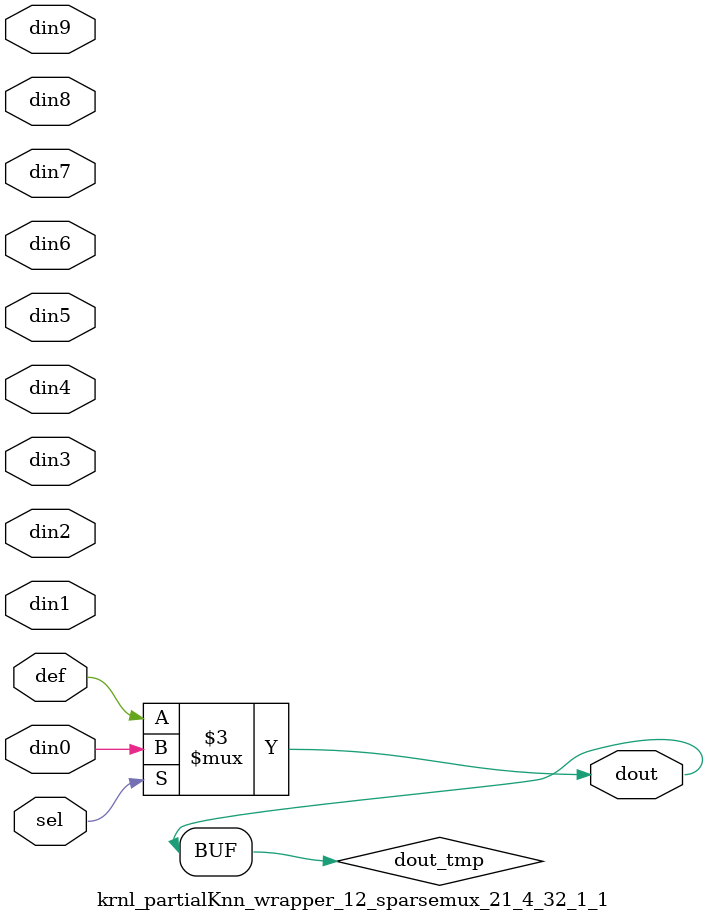
<source format=v>
`timescale 1 ns / 1 ps
module krnl_partialKnn_wrapper_12_sparsemux_21_4_32_1_1 (din0,din1,din2,din3,din4,din5,din6,din7,din8,din9,def,sel,dout);
parameter din0_WIDTH = 1;
parameter din1_WIDTH = 1;
parameter din2_WIDTH = 1;
parameter din3_WIDTH = 1;
parameter din4_WIDTH = 1;
parameter din5_WIDTH = 1;
parameter din6_WIDTH = 1;
parameter din7_WIDTH = 1;
parameter din8_WIDTH = 1;
parameter din9_WIDTH = 1;
parameter def_WIDTH = 1;
parameter sel_WIDTH = 1;
parameter dout_WIDTH = 1;
parameter [sel_WIDTH-1:0] CASE0 = 1;
parameter [sel_WIDTH-1:0] CASE1 = 1;
parameter [sel_WIDTH-1:0] CASE2 = 1;
parameter [sel_WIDTH-1:0] CASE3 = 1;
parameter [sel_WIDTH-1:0] CASE4 = 1;
parameter [sel_WIDTH-1:0] CASE5 = 1;
parameter [sel_WIDTH-1:0] CASE6 = 1;
parameter [sel_WIDTH-1:0] CASE7 = 1;
parameter [sel_WIDTH-1:0] CASE8 = 1;
parameter [sel_WIDTH-1:0] CASE9 = 1;
parameter ID = 1;
parameter NUM_STAGE = 1;
input [din0_WIDTH-1:0] din0;
input [din1_WIDTH-1:0] din1;
input [din2_WIDTH-1:0] din2;
input [din3_WIDTH-1:0] din3;
input [din4_WIDTH-1:0] din4;
input [din5_WIDTH-1:0] din5;
input [din6_WIDTH-1:0] din6;
input [din7_WIDTH-1:0] din7;
input [din8_WIDTH-1:0] din8;
input [din9_WIDTH-1:0] din9;
input [def_WIDTH-1:0] def;
input [sel_WIDTH-1:0] sel;
output [dout_WIDTH-1:0] dout;
reg [dout_WIDTH-1:0] dout_tmp;
always @ (*) begin
case (sel)
    
    CASE0 : dout_tmp = din0;
    
    CASE1 : dout_tmp = din1;
    
    CASE2 : dout_tmp = din2;
    
    CASE3 : dout_tmp = din3;
    
    CASE4 : dout_tmp = din4;
    
    CASE5 : dout_tmp = din5;
    
    CASE6 : dout_tmp = din6;
    
    CASE7 : dout_tmp = din7;
    
    CASE8 : dout_tmp = din8;
    
    CASE9 : dout_tmp = din9;
    
    default : dout_tmp = def;
endcase
end
assign dout = dout_tmp;
endmodule
</source>
